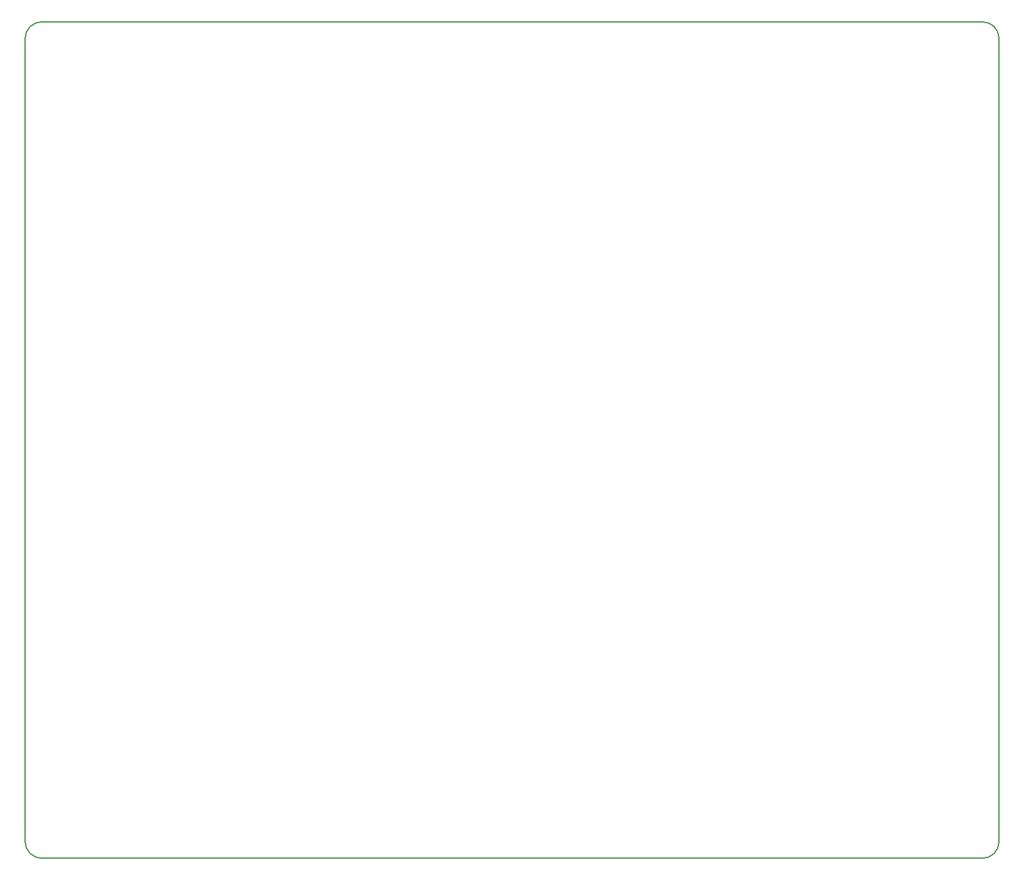
<source format=gbr>
%TF.GenerationSoftware,KiCad,Pcbnew,9.0.1*%
%TF.CreationDate,2025-05-24T15:45:39+01:00*%
%TF.ProjectId,main_board,6d61696e-5f62-46f6-9172-642e6b696361,rev?*%
%TF.SameCoordinates,Original*%
%TF.FileFunction,Profile,NP*%
%FSLAX46Y46*%
G04 Gerber Fmt 4.6, Leading zero omitted, Abs format (unit mm)*
G04 Created by KiCad (PCBNEW 9.0.1) date 2025-05-24 15:45:39*
%MOMM*%
%LPD*%
G01*
G04 APERTURE LIST*
%TA.AperFunction,Profile*%
%ADD10C,0.200000*%
%TD*%
G04 APERTURE END LIST*
D10*
X51500000Y-40767767D02*
G75*
G02*
X53767767Y-38500000I2267768J-1D01*
G01*
X180732232Y-38500000D02*
G75*
G02*
X183000000Y-40767767I0J-2267768D01*
G01*
X183000000Y-149232233D02*
G75*
G02*
X180732233Y-151500000I-2267768J1D01*
G01*
X180732200Y-38500000D02*
X53767767Y-38500000D01*
X53767770Y-151500000D02*
X180732200Y-151500000D01*
X53767767Y-151500000D02*
G75*
G02*
X51500000Y-149232233I0J2267767D01*
G01*
X183000000Y-149232233D02*
X183000000Y-40767800D01*
X51500000Y-40767767D02*
X51500000Y-149232230D01*
M02*

</source>
